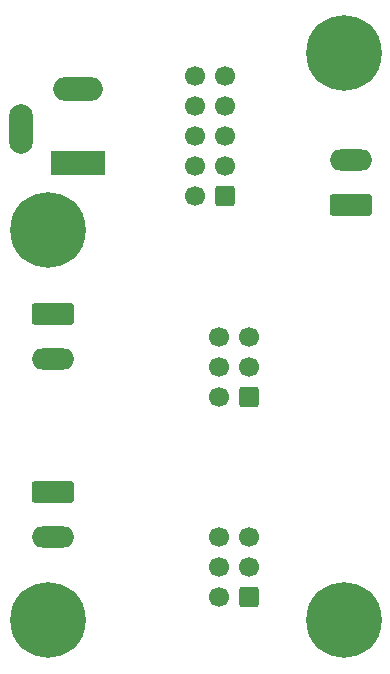
<source format=gbr>
%TF.GenerationSoftware,KiCad,Pcbnew,(7.0.0)*%
%TF.CreationDate,2023-04-03T13:39:18+09:00*%
%TF.ProjectId,STEP800_brakeConverter,53544550-3830-4305-9f62-72616b65436f,rev?*%
%TF.SameCoordinates,Original*%
%TF.FileFunction,Soldermask,Bot*%
%TF.FilePolarity,Negative*%
%FSLAX46Y46*%
G04 Gerber Fmt 4.6, Leading zero omitted, Abs format (unit mm)*
G04 Created by KiCad (PCBNEW (7.0.0)) date 2023-04-03 13:39:18*
%MOMM*%
%LPD*%
G01*
G04 APERTURE LIST*
G04 Aperture macros list*
%AMRoundRect*
0 Rectangle with rounded corners*
0 $1 Rounding radius*
0 $2 $3 $4 $5 $6 $7 $8 $9 X,Y pos of 4 corners*
0 Add a 4 corners polygon primitive as box body*
4,1,4,$2,$3,$4,$5,$6,$7,$8,$9,$2,$3,0*
0 Add four circle primitives for the rounded corners*
1,1,$1+$1,$2,$3*
1,1,$1+$1,$4,$5*
1,1,$1+$1,$6,$7*
1,1,$1+$1,$8,$9*
0 Add four rect primitives between the rounded corners*
20,1,$1+$1,$2,$3,$4,$5,0*
20,1,$1+$1,$4,$5,$6,$7,0*
20,1,$1+$1,$6,$7,$8,$9,0*
20,1,$1+$1,$8,$9,$2,$3,0*%
G04 Aperture macros list end*
%ADD10C,3.600000*%
%ADD11C,6.400000*%
%ADD12R,4.600000X2.000000*%
%ADD13O,4.200000X2.000000*%
%ADD14O,2.000000X4.200000*%
%ADD15RoundRect,0.250000X0.600000X0.600000X-0.600000X0.600000X-0.600000X-0.600000X0.600000X-0.600000X0*%
%ADD16C,1.700000*%
%ADD17RoundRect,0.250000X-1.550000X0.650000X-1.550000X-0.650000X1.550000X-0.650000X1.550000X0.650000X0*%
%ADD18O,3.600000X1.800000*%
%ADD19RoundRect,0.250000X1.550000X-0.650000X1.550000X0.650000X-1.550000X0.650000X-1.550000X-0.650000X0*%
G04 APERTURE END LIST*
D10*
%TO.C,H1*%
X84000000Y-136000000D03*
D11*
X84000000Y-136000000D03*
%TD*%
D12*
%TO.C,J4*%
X86499999Y-97299999D03*
D13*
X86499999Y-90999999D03*
D14*
X81699999Y-94399999D03*
%TD*%
D10*
%TO.C,H3*%
X84000000Y-103000000D03*
D11*
X84000000Y-103000000D03*
%TD*%
%TO.C,H2*%
X109000000Y-88000000D03*
D10*
X109000000Y-88000000D03*
%TD*%
D15*
%TO.C,J3*%
X101000000Y-117080000D03*
D16*
X98460000Y-117080000D03*
X101000000Y-114540000D03*
X98460000Y-114540000D03*
X101000000Y-112000000D03*
X98460000Y-112000000D03*
%TD*%
D10*
%TO.C,H4*%
X109000000Y-136000000D03*
D11*
X109000000Y-136000000D03*
%TD*%
D17*
%TO.C,J6*%
X84357500Y-110112500D03*
D18*
X84357499Y-113922499D03*
%TD*%
D15*
%TO.C,J2*%
X101000000Y-134080000D03*
D16*
X98460000Y-134080000D03*
X101000000Y-131540000D03*
X98460000Y-131540000D03*
X101000000Y-129000000D03*
X98460000Y-129000000D03*
%TD*%
D15*
%TO.C,J1*%
X99000000Y-100080000D03*
D16*
X96460000Y-100080000D03*
X99000000Y-97540000D03*
X96460000Y-97540000D03*
X99000000Y-95000000D03*
X96460000Y-95000000D03*
X99000000Y-92460000D03*
X96460000Y-92460000D03*
X99000000Y-89920000D03*
X96460000Y-89920000D03*
%TD*%
D19*
%TO.C,J5*%
X109642500Y-100887500D03*
D18*
X109642499Y-97077499D03*
%TD*%
D17*
%TO.C,J7*%
X84357500Y-125112500D03*
D18*
X84357499Y-128922499D03*
%TD*%
M02*

</source>
